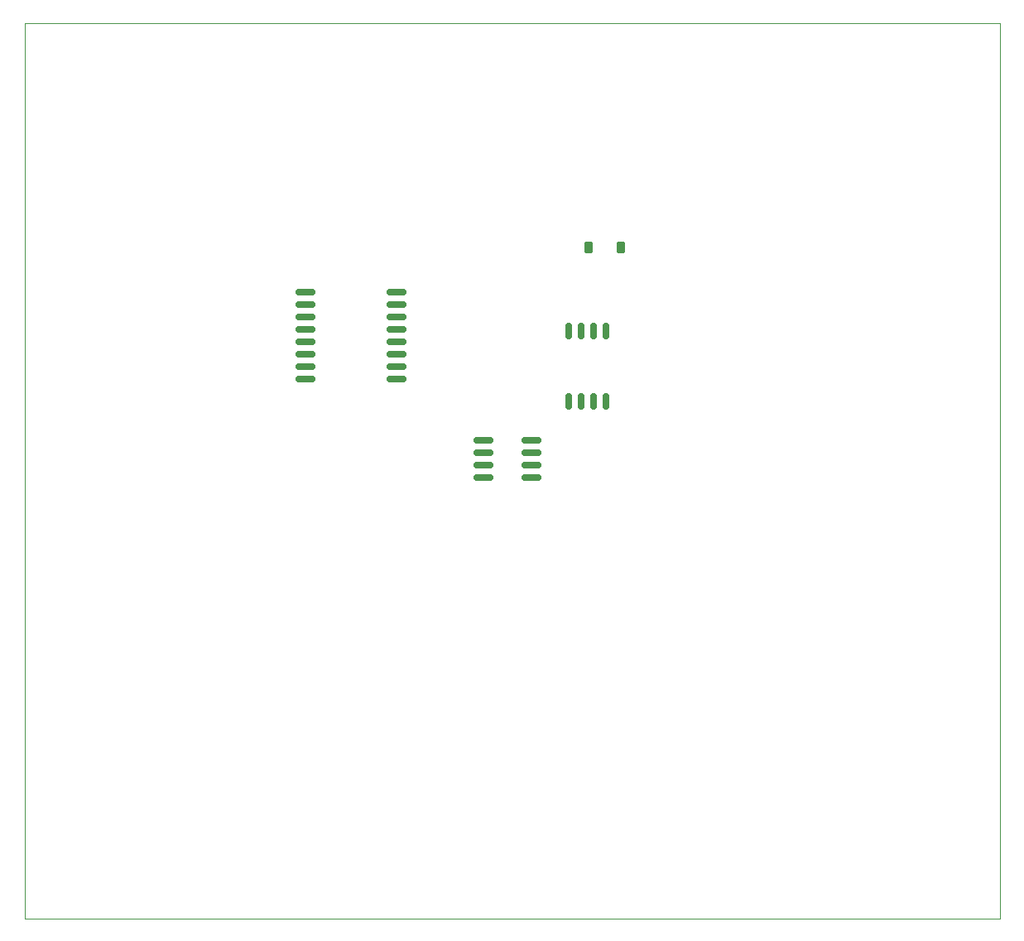
<source format=gtp>
G04 #@! TF.GenerationSoftware,KiCad,Pcbnew,9.0.4*
G04 #@! TF.CreationDate,2025-10-16T18:07:27-05:00*
G04 #@! TF.ProjectId,ece_445_low_power,6563655f-3434-4355-9f6c-6f775f706f77,rev?*
G04 #@! TF.SameCoordinates,Original*
G04 #@! TF.FileFunction,Paste,Top*
G04 #@! TF.FilePolarity,Positive*
%FSLAX46Y46*%
G04 Gerber Fmt 4.6, Leading zero omitted, Abs format (unit mm)*
G04 Created by KiCad (PCBNEW 9.0.4) date 2025-10-16 18:07:27*
%MOMM*%
%LPD*%
G01*
G04 APERTURE LIST*
G04 Aperture macros list*
%AMRoundRect*
0 Rectangle with rounded corners*
0 $1 Rounding radius*
0 $2 $3 $4 $5 $6 $7 $8 $9 X,Y pos of 4 corners*
0 Add a 4 corners polygon primitive as box body*
4,1,4,$2,$3,$4,$5,$6,$7,$8,$9,$2,$3,0*
0 Add four circle primitives for the rounded corners*
1,1,$1+$1,$2,$3*
1,1,$1+$1,$4,$5*
1,1,$1+$1,$6,$7*
1,1,$1+$1,$8,$9*
0 Add four rect primitives between the rounded corners*
20,1,$1+$1,$2,$3,$4,$5,0*
20,1,$1+$1,$4,$5,$6,$7,0*
20,1,$1+$1,$6,$7,$8,$9,0*
20,1,$1+$1,$8,$9,$2,$3,0*%
G04 Aperture macros list end*
%ADD10RoundRect,0.150000X-0.875000X-0.150000X0.875000X-0.150000X0.875000X0.150000X-0.875000X0.150000X0*%
%ADD11RoundRect,0.150000X-0.825000X-0.150000X0.825000X-0.150000X0.825000X0.150000X-0.825000X0.150000X0*%
%ADD12RoundRect,0.162500X-0.162500X0.650000X-0.162500X-0.650000X0.162500X-0.650000X0.162500X0.650000X0*%
%ADD13RoundRect,0.225000X-0.225000X-0.375000X0.225000X-0.375000X0.225000X0.375000X-0.225000X0.375000X0*%
G04 #@! TA.AperFunction,Profile*
%ADD14C,0.050000*%
G04 #@! TD*
G04 APERTURE END LIST*
D10*
X142350000Y-65555000D03*
X142350000Y-66825000D03*
X142350000Y-68095000D03*
X142350000Y-69365000D03*
X142350000Y-70635000D03*
X142350000Y-71905000D03*
X142350000Y-73175000D03*
X142350000Y-74445000D03*
X151650000Y-74445000D03*
X151650000Y-73175000D03*
X151650000Y-71905000D03*
X151650000Y-70635000D03*
X151650000Y-69365000D03*
X151650000Y-68095000D03*
X151650000Y-66825000D03*
X151650000Y-65555000D03*
D11*
X160525000Y-80730000D03*
X160525000Y-82000000D03*
X160525000Y-83270000D03*
X160525000Y-84540000D03*
X165475000Y-84540000D03*
X165475000Y-83270000D03*
X165475000Y-82000000D03*
X165475000Y-80730000D03*
D12*
X173101000Y-69564500D03*
X171831000Y-69564500D03*
X170561000Y-69564500D03*
X169291000Y-69564500D03*
X169291000Y-76739500D03*
X170561000Y-76739500D03*
X171831000Y-76739500D03*
X173101000Y-76739500D03*
D13*
X171324000Y-60960000D03*
X174624000Y-60960000D03*
D14*
X113614000Y-38011000D02*
X213360000Y-38011000D01*
X213360000Y-129629000D01*
X113614000Y-129629000D01*
X113614000Y-38011000D01*
M02*

</source>
